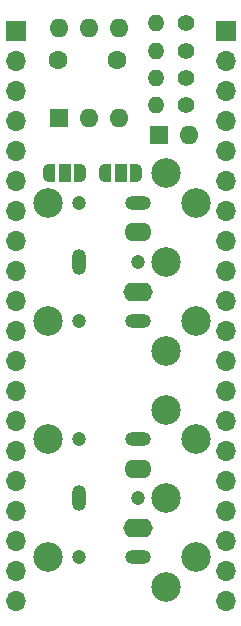
<source format=gbr>
%TF.GenerationSoftware,KiCad,Pcbnew,7.0.9*%
%TF.CreationDate,2024-05-31T08:48:14+01:00*%
%TF.ProjectId,PicoMIDIPackSingle,5069636f-4d49-4444-9950-61636b53696e,rev?*%
%TF.SameCoordinates,Original*%
%TF.FileFunction,Soldermask,Bot*%
%TF.FilePolarity,Negative*%
%FSLAX46Y46*%
G04 Gerber Fmt 4.6, Leading zero omitted, Abs format (unit mm)*
G04 Created by KiCad (PCBNEW 7.0.9) date 2024-05-31 08:48:14*
%MOMM*%
%LPD*%
G01*
G04 APERTURE LIST*
G04 Aperture macros list*
%AMFreePoly0*
4,1,19,0.550000,-0.750000,0.000000,-0.750000,0.000000,-0.744911,-0.071157,-0.744911,-0.207708,-0.704816,-0.327430,-0.627875,-0.420627,-0.520320,-0.479746,-0.390866,-0.500000,-0.250000,-0.500000,0.250000,-0.479746,0.390866,-0.420627,0.520320,-0.327430,0.627875,-0.207708,0.704816,-0.071157,0.744911,0.000000,0.744911,0.000000,0.750000,0.550000,0.750000,0.550000,-0.750000,0.550000,-0.750000,
$1*%
%AMFreePoly1*
4,1,19,0.000000,0.744911,0.071157,0.744911,0.207708,0.704816,0.327430,0.627875,0.420627,0.520320,0.479746,0.390866,0.500000,0.250000,0.500000,-0.250000,0.479746,-0.390866,0.420627,-0.520320,0.327430,-0.627875,0.207708,-0.704816,0.071157,-0.744911,0.000000,-0.744911,0.000000,-0.750000,-0.550000,-0.750000,-0.550000,0.750000,0.000000,0.750000,0.000000,0.744911,0.000000,0.744911,
$1*%
G04 Aperture macros list end*
%ADD10C,1.400000*%
%ADD11O,1.400000X1.400000*%
%ADD12R,1.600000X1.600000*%
%ADD13O,1.600000X1.600000*%
%ADD14C,1.200000*%
%ADD15O,2.200000X1.200000*%
%ADD16O,2.300000X1.600000*%
%ADD17O,1.200000X2.200000*%
%ADD18O,2.500000X1.600000*%
%ADD19C,2.499360*%
%ADD20FreePoly0,180.000000*%
%ADD21R,1.000000X1.500000*%
%ADD22FreePoly1,180.000000*%
%ADD23C,1.600000*%
%ADD24R,1.700000X1.700000*%
%ADD25O,1.700000X1.700000*%
G04 APERTURE END LIST*
D10*
%TO.C,R3*%
X55500000Y-75200000D03*
D11*
X52960000Y-75200000D03*
%TD*%
D10*
%TO.C,R1*%
X55500000Y-82110000D03*
D11*
X52960000Y-82110000D03*
%TD*%
D12*
%TO.C,D1*%
X53200000Y-84680000D03*
D13*
X55740000Y-84680000D03*
%TD*%
D12*
%TO.C,U1*%
X44740000Y-83240000D03*
D13*
X47280000Y-83240000D03*
X49820000Y-83240000D03*
X49820000Y-75620000D03*
X47280000Y-75620000D03*
X44740000Y-75620000D03*
%TD*%
D14*
%TO.C,J4*%
X46435000Y-110425000D03*
X43935000Y-110425000D03*
X51435000Y-115425000D03*
X46435000Y-120425000D03*
X43935000Y-120425000D03*
D15*
X51435000Y-110425000D03*
D16*
X51435000Y-112925000D03*
D17*
X46435000Y-115425000D03*
D15*
X51435000Y-120425000D03*
D18*
X51435000Y-117925000D03*
%TD*%
D14*
%TO.C,J3*%
X46435000Y-90425000D03*
X43935000Y-90425000D03*
X51435000Y-95425000D03*
X46435000Y-100425000D03*
X43935000Y-100425000D03*
D15*
X51435000Y-90425000D03*
D16*
X51435000Y-92925000D03*
D17*
X46435000Y-95425000D03*
D15*
X51435000Y-100425000D03*
D18*
X51435000Y-97925000D03*
%TD*%
D19*
%TO.C,J1*%
X56364100Y-90428820D03*
X56364100Y-100421180D03*
X53862200Y-87926920D03*
X53864740Y-95425000D03*
X53862200Y-102923080D03*
X43867300Y-100426260D03*
X43867300Y-90423740D03*
%TD*%
D10*
%TO.C,R2*%
X55500000Y-79810000D03*
D11*
X52960000Y-79810000D03*
%TD*%
D19*
%TO.C,J2*%
X43867300Y-110423740D03*
X43867300Y-120426260D03*
X53862200Y-122923080D03*
X53864740Y-115425000D03*
X53862200Y-107926920D03*
X56364100Y-120421180D03*
X56364100Y-110428820D03*
%TD*%
D10*
%TO.C,R4*%
X55500000Y-77570000D03*
D11*
X52960000Y-77570000D03*
%TD*%
D20*
%TO.C,JP1*%
X51300000Y-87860000D03*
D21*
X50000000Y-87860000D03*
D22*
X48700000Y-87860000D03*
%TD*%
D23*
%TO.C,C1*%
X44700000Y-78360000D03*
X49700000Y-78360000D03*
%TD*%
D24*
%TO.C,J5*%
X58890000Y-75870000D03*
D25*
X58890000Y-78410000D03*
X58890000Y-80950000D03*
X58890000Y-83490000D03*
X58890000Y-86030000D03*
X58890000Y-88570000D03*
X58890000Y-91110000D03*
X58890000Y-93650000D03*
X58890000Y-96190000D03*
X58890000Y-98730000D03*
X58890000Y-101270000D03*
X58890000Y-103810000D03*
X58890000Y-106350000D03*
X58890000Y-108890000D03*
X58890000Y-111430000D03*
X58890000Y-113970000D03*
X58890000Y-116510000D03*
X58890000Y-119050000D03*
X58890000Y-121590000D03*
X58890000Y-124130000D03*
%TD*%
D24*
%TO.C,J6*%
X41110000Y-75870000D03*
D25*
X41110000Y-78410000D03*
X41110000Y-80950000D03*
X41110000Y-83490000D03*
X41110000Y-86030000D03*
X41110000Y-88570000D03*
X41110000Y-91110000D03*
X41110000Y-93650000D03*
X41110000Y-96190000D03*
X41110000Y-98730000D03*
X41110000Y-101270000D03*
X41110000Y-103810000D03*
X41110000Y-106350000D03*
X41110000Y-108890000D03*
X41110000Y-111430000D03*
X41110000Y-113970000D03*
X41110000Y-116510000D03*
X41110000Y-119050000D03*
X41110000Y-121590000D03*
X41110000Y-124130000D03*
%TD*%
D20*
%TO.C,JP2*%
X46540000Y-87860000D03*
D21*
X45240000Y-87860000D03*
D22*
X43940000Y-87860000D03*
%TD*%
M02*

</source>
